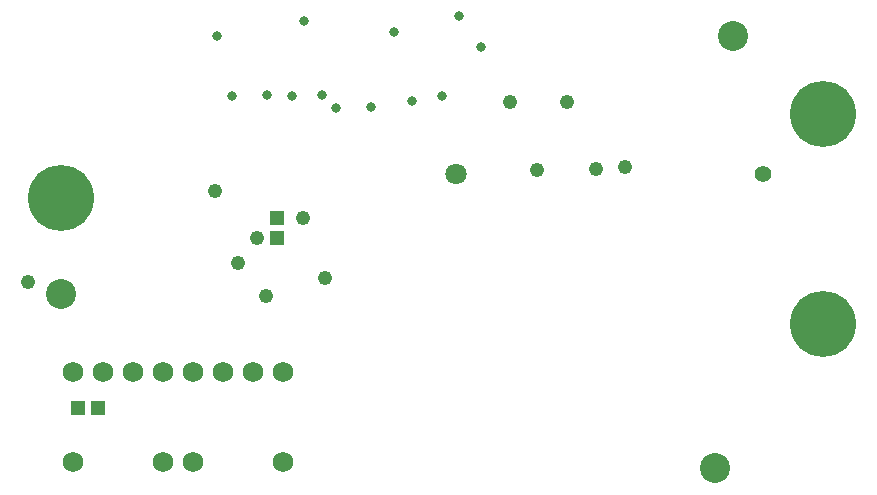
<source format=gbs>
%FSLAX24Y24*%
%MOIN*%
G70*
G01*
G75*
G04 Layer_Color=16711935*
G04 Layer_Color=16711935*
%ADD10C,0.0400*%
%ADD11R,0.0394X0.0433*%
%ADD12R,0.0433X0.0394*%
%ADD13R,0.0472X0.1575*%
%ADD14R,0.0669X0.0709*%
%ADD15R,0.0748X0.0748*%
%ADD16R,0.0807X0.0236*%
%ADD17R,0.0500X0.1449*%
%ADD18C,0.0080*%
%ADD19C,0.0090*%
%ADD20C,0.1600*%
%ADD21C,0.0600*%
%ADD22C,0.0472*%
%ADD23C,0.0630*%
%ADD24C,0.0240*%
%ADD25C,0.0100*%
%ADD26C,0.0079*%
%ADD27C,0.0098*%
%ADD28C,0.0070*%
%ADD29C,0.1000*%
%ADD30R,0.0474X0.0513*%
%ADD31R,0.0513X0.0474*%
%ADD32R,0.0552X0.1655*%
%ADD33R,0.0749X0.0789*%
%ADD34R,0.0828X0.0828*%
%ADD35R,0.0887X0.0316*%
%ADD36R,0.0580X0.1529*%
%ADD37C,0.2200*%
%ADD38C,0.0680*%
%ADD39C,0.0552*%
%ADD40C,0.0710*%
%ADD41C,0.0480*%
%ADD42C,0.0320*%
D29*
X47000Y45600D02*
D03*
X46400Y31200D02*
D03*
X24600Y37000D02*
D03*
D30*
X31800Y38865D02*
D03*
Y39535D02*
D03*
D31*
X25148Y33200D02*
D03*
X25817D02*
D03*
D37*
X24600Y40200D02*
D03*
X50000Y43000D02*
D03*
Y36000D02*
D03*
D38*
X27000Y34400D02*
D03*
X28000D02*
D03*
X26000D02*
D03*
X25000D02*
D03*
X28000Y31400D02*
D03*
X25000D02*
D03*
X31000Y34400D02*
D03*
X32000D02*
D03*
X30000D02*
D03*
X29000D02*
D03*
X32000Y31400D02*
D03*
X29000D02*
D03*
D39*
X48000Y41000D02*
D03*
D40*
X37764D02*
D03*
D41*
X29747Y40447D02*
D03*
X23500Y37400D02*
D03*
X39555Y43395D02*
D03*
X41455Y43395D02*
D03*
X40450Y41150D02*
D03*
X43400Y41250D02*
D03*
X42439Y41161D02*
D03*
X30500Y38050D02*
D03*
X33400Y37550D02*
D03*
X31115Y38865D02*
D03*
X32650Y39550D02*
D03*
X31435Y36935D02*
D03*
D42*
X33750Y43200D02*
D03*
X34935Y43235D02*
D03*
X29800Y45600D02*
D03*
X30300Y43600D02*
D03*
X31450Y43650D02*
D03*
X32300Y43600D02*
D03*
X33300Y43650D02*
D03*
X38600Y45250D02*
D03*
X36300Y43450D02*
D03*
X37300Y43600D02*
D03*
X35700Y45750D02*
D03*
X37876Y46274D02*
D03*
X32700Y46100D02*
D03*
M02*

</source>
